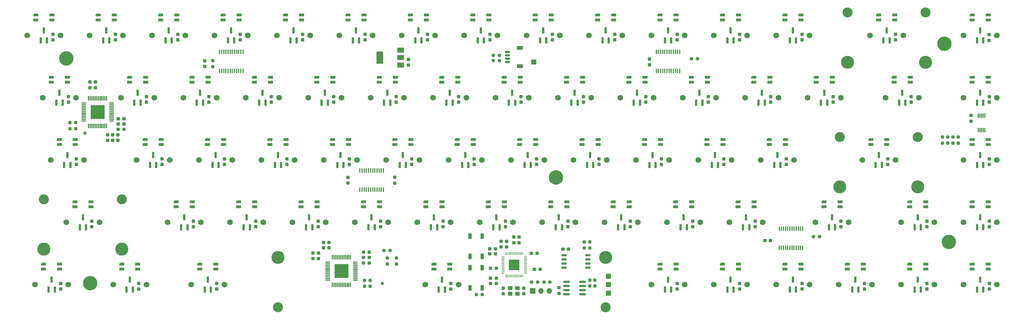
<source format=gbs>
G04 #@! TF.GenerationSoftware,KiCad,Pcbnew,(6.0.0)*
G04 #@! TF.CreationDate,2024-08-25T19:28:41-07:00*
G04 #@! TF.ProjectId,stekeeb65_analog,7374656b-6565-4623-9635-5f616e616c6f,rev?*
G04 #@! TF.SameCoordinates,Original*
G04 #@! TF.FileFunction,Soldermask,Bot*
G04 #@! TF.FilePolarity,Negative*
%FSLAX46Y46*%
G04 Gerber Fmt 4.6, Leading zero omitted, Abs format (unit mm)*
G04 Created by KiCad (PCBNEW (6.0.0)) date 2024-08-25 19:28:41*
%MOMM*%
%LPD*%
G01*
G04 APERTURE LIST*
G04 Aperture macros list*
%AMRoundRect*
0 Rectangle with rounded corners*
0 $1 Rounding radius*
0 $2 $3 $4 $5 $6 $7 $8 $9 X,Y pos of 4 corners*
0 Add a 4 corners polygon primitive as box body*
4,1,4,$2,$3,$4,$5,$6,$7,$8,$9,$2,$3,0*
0 Add four circle primitives for the rounded corners*
1,1,$1+$1,$2,$3*
1,1,$1+$1,$4,$5*
1,1,$1+$1,$6,$7*
1,1,$1+$1,$8,$9*
0 Add four rect primitives between the rounded corners*
20,1,$1+$1,$2,$3,$4,$5,0*
20,1,$1+$1,$4,$5,$6,$7,0*
20,1,$1+$1,$6,$7,$8,$9,0*
20,1,$1+$1,$8,$9,$2,$3,0*%
%AMOutline5P*
0 Free polygon, 5 corners , with rotation*
0 The origin of the aperture is its center*
0 number of corners: always 5*
0 $1 to $10 corner X, Y*
0 $11 Rotation angle, in degrees counterclockwise*
0 create outline with 5 corners*
4,1,5,$1,$2,$3,$4,$5,$6,$7,$8,$9,$10,$1,$2,$11*%
%AMOutline6P*
0 Free polygon, 6 corners , with rotation*
0 The origin of the aperture is its center*
0 number of corners: always 6*
0 $1 to $12 corner X, Y*
0 $13 Rotation angle, in degrees counterclockwise*
0 create outline with 6 corners*
4,1,6,$1,$2,$3,$4,$5,$6,$7,$8,$9,$10,$11,$12,$1,$2,$13*%
%AMOutline7P*
0 Free polygon, 7 corners , with rotation*
0 The origin of the aperture is its center*
0 number of corners: always 7*
0 $1 to $14 corner X, Y*
0 $15 Rotation angle, in degrees counterclockwise*
0 create outline with 7 corners*
4,1,7,$1,$2,$3,$4,$5,$6,$7,$8,$9,$10,$11,$12,$13,$14,$1,$2,$15*%
%AMOutline8P*
0 Free polygon, 8 corners , with rotation*
0 The origin of the aperture is its center*
0 number of corners: always 8*
0 $1 to $16 corner X, Y*
0 $17 Rotation angle, in degrees counterclockwise*
0 create outline with 8 corners*
4,1,8,$1,$2,$3,$4,$5,$6,$7,$8,$9,$10,$11,$12,$13,$14,$15,$16,$1,$2,$17*%
G04 Aperture macros list end*
%ADD10C,4.400000*%
%ADD11C,1.740000*%
%ADD12C,3.048000*%
%ADD13C,3.987800*%
%ADD14RoundRect,0.237500X0.250000X0.237500X-0.250000X0.237500X-0.250000X-0.237500X0.250000X-0.237500X0*%
%ADD15Outline5P,-0.750000X0.180000X-0.480000X0.450000X0.750000X0.450000X0.750000X-0.450000X-0.750000X-0.450000X0.000000*%
%ADD16R,1.500000X0.900000*%
%ADD17R,0.800000X1.900000*%
%ADD18RoundRect,0.237500X0.237500X-0.300000X0.237500X0.300000X-0.237500X0.300000X-0.237500X-0.300000X0*%
%ADD19RoundRect,0.237500X-0.237500X0.300000X-0.237500X-0.300000X0.237500X-0.300000X0.237500X0.300000X0*%
%ADD20R,1.475000X0.300000*%
%ADD21R,0.300000X1.475000*%
%ADD22R,4.210000X4.210000*%
%ADD23RoundRect,0.237500X0.237500X-0.250000X0.237500X0.250000X-0.237500X0.250000X-0.237500X-0.250000X0*%
%ADD24R,0.450000X1.475000*%
%ADD25RoundRect,0.237500X0.300000X0.237500X-0.300000X0.237500X-0.300000X-0.237500X0.300000X-0.237500X0*%
%ADD26RoundRect,0.150000X0.650000X0.150000X-0.650000X0.150000X-0.650000X-0.150000X0.650000X-0.150000X0*%
%ADD27RoundRect,0.050000X0.387500X0.050000X-0.387500X0.050000X-0.387500X-0.050000X0.387500X-0.050000X0*%
%ADD28RoundRect,0.050000X0.050000X0.387500X-0.050000X0.387500X-0.050000X-0.387500X0.050000X-0.387500X0*%
%ADD29RoundRect,0.144000X1.456000X1.456000X-1.456000X1.456000X-1.456000X-1.456000X1.456000X-1.456000X0*%
%ADD30RoundRect,0.237500X-0.250000X-0.237500X0.250000X-0.237500X0.250000X0.237500X-0.250000X0.237500X0*%
%ADD31R,0.300000X1.400000*%
%ADD32RoundRect,0.237500X-0.237500X0.250000X-0.237500X-0.250000X0.237500X-0.250000X0.237500X0.250000X0*%
%ADD33RoundRect,0.237500X-0.300000X-0.237500X0.300000X-0.237500X0.300000X0.237500X-0.300000X0.237500X0*%
%ADD34RoundRect,0.150000X-0.825000X-0.150000X0.825000X-0.150000X0.825000X0.150000X-0.825000X0.150000X0*%
%ADD35R,1.500000X1.500000*%
%ADD36R,2.000000X1.500000*%
%ADD37R,2.000000X3.800000*%
%ADD38R,1.400000X1.200000*%
%ADD39C,1.000000*%
%ADD40R,1.700000X1.700000*%
%ADD41O,1.700000X1.700000*%
%ADD42RoundRect,0.150000X-0.625000X0.150000X-0.625000X-0.150000X0.625000X-0.150000X0.625000X0.150000X0*%
%ADD43RoundRect,0.250000X-0.650000X0.350000X-0.650000X-0.350000X0.650000X-0.350000X0.650000X0.350000X0*%
%ADD44R,1.100000X1.800000*%
G04 APERTURE END LIST*
D10*
X334800000Y-107400000D03*
X216250000Y-148350000D03*
X336175000Y-168000000D03*
X74100000Y-180625000D03*
X66825000Y-111900000D03*
D11*
X57276200Y-181075000D03*
X67436200Y-181075000D03*
X103155000Y-104875000D03*
X92995000Y-104875000D03*
X240632500Y-142975000D03*
X250792500Y-142975000D03*
X245395000Y-181075000D03*
X255555000Y-181075000D03*
X179355000Y-104875000D03*
X169195000Y-104875000D03*
D12*
X59974950Y-155040000D03*
D13*
X59974950Y-170280000D03*
D12*
X83787450Y-155040000D03*
D11*
X76961200Y-162025000D03*
X66801200Y-162025000D03*
D13*
X83787450Y-170280000D03*
D11*
X254920000Y-123925000D03*
X265080000Y-123925000D03*
X245395000Y-104875000D03*
X255555000Y-104875000D03*
X72198700Y-142975000D03*
X62038700Y-142975000D03*
X231107500Y-162025000D03*
X241267500Y-162025000D03*
X274605000Y-181075000D03*
X264445000Y-181075000D03*
X259682500Y-142975000D03*
X269842500Y-142975000D03*
X146017500Y-162025000D03*
X135857500Y-162025000D03*
X150780000Y-123925000D03*
X140620000Y-123925000D03*
X246030000Y-123925000D03*
X235870000Y-123925000D03*
X274605000Y-104875000D03*
X264445000Y-104875000D03*
X293655000Y-181075000D03*
X283495000Y-181075000D03*
X150145000Y-104875000D03*
X160305000Y-104875000D03*
X316832500Y-123925000D03*
X326992500Y-123925000D03*
X107282500Y-142975000D03*
X117442500Y-142975000D03*
X350805000Y-181075000D03*
X340645000Y-181075000D03*
X131730000Y-123925000D03*
X121570000Y-123925000D03*
X350805000Y-142975000D03*
X340645000Y-142975000D03*
X102520000Y-123925000D03*
X112680000Y-123925000D03*
X216820000Y-123925000D03*
X226980000Y-123925000D03*
X288892500Y-142975000D03*
X278732500Y-142975000D03*
X331755000Y-181075000D03*
X321595000Y-181075000D03*
X236505000Y-104875000D03*
X226345000Y-104875000D03*
X231742500Y-142975000D03*
X221582500Y-142975000D03*
X293020000Y-123925000D03*
X303180000Y-123925000D03*
X145382500Y-142975000D03*
X155542500Y-142975000D03*
X174592500Y-142975000D03*
X164432500Y-142975000D03*
X112045000Y-104875000D03*
X122205000Y-104875000D03*
X312705000Y-181075000D03*
X302545000Y-181075000D03*
X188880000Y-123925000D03*
X178720000Y-123925000D03*
X97757500Y-162025000D03*
X107917500Y-162025000D03*
X279367500Y-162025000D03*
X269207500Y-162025000D03*
X312070000Y-104875000D03*
D12*
X329056250Y-97890000D03*
D13*
X329056250Y-113130000D03*
D12*
X305243750Y-97890000D03*
D11*
X322230000Y-104875000D03*
D13*
X305243750Y-113130000D03*
D11*
X54895000Y-104875000D03*
X65055000Y-104875000D03*
X217455000Y-104875000D03*
X207295000Y-104875000D03*
X203167500Y-162025000D03*
X193007500Y-162025000D03*
X116807500Y-162025000D03*
X126967500Y-162025000D03*
X83470000Y-123925000D03*
X93630000Y-123925000D03*
X169830000Y-123925000D03*
X159670000Y-123925000D03*
X81088800Y-181075000D03*
X91248800Y-181075000D03*
X165067500Y-162025000D03*
X154907500Y-162025000D03*
X98392500Y-142975000D03*
X88232500Y-142975000D03*
D13*
X326675050Y-151230000D03*
X302862550Y-151230000D03*
D12*
X302862550Y-135990000D03*
D11*
X309688800Y-142975000D03*
X319848800Y-142975000D03*
D12*
X326675050Y-135990000D03*
D11*
X131095000Y-104875000D03*
X141255000Y-104875000D03*
X136492500Y-142975000D03*
X126332500Y-142975000D03*
X340645000Y-162025000D03*
X350805000Y-162025000D03*
X273970000Y-123925000D03*
X284130000Y-123925000D03*
X184117500Y-162025000D03*
X173957500Y-162025000D03*
X260317500Y-162025000D03*
X250157500Y-162025000D03*
X321595000Y-162025000D03*
X331755000Y-162025000D03*
X305561200Y-162025000D03*
X295401200Y-162025000D03*
X193642500Y-142975000D03*
X183482500Y-142975000D03*
X84105000Y-104875000D03*
X73945000Y-104875000D03*
X207930000Y-123925000D03*
X197770000Y-123925000D03*
X202532500Y-142975000D03*
X212692500Y-142975000D03*
X340645000Y-123925000D03*
X350805000Y-123925000D03*
X293655000Y-104875000D03*
X283495000Y-104875000D03*
X69817500Y-123925000D03*
X59657500Y-123925000D03*
X340645000Y-104875000D03*
X350805000Y-104875000D03*
X104901200Y-181075000D03*
X115061200Y-181075000D03*
X198405000Y-104875000D03*
X188245000Y-104875000D03*
X212057500Y-162025000D03*
X222217500Y-162025000D03*
D14*
X198982500Y-111010000D03*
X197157500Y-111010000D03*
D15*
X262312500Y-136725000D03*
D16*
X267212500Y-136725000D03*
X267212500Y-138225000D03*
X262312500Y-138225000D03*
D17*
X156175000Y-106375000D03*
X154275000Y-106375000D03*
X155225000Y-103375000D03*
X141887500Y-163525000D03*
X139987500Y-163525000D03*
X140937500Y-160525000D03*
D15*
X324225000Y-174825000D03*
D16*
X329125000Y-174825000D03*
X329125000Y-176325000D03*
X324225000Y-176325000D03*
D17*
X160937500Y-163525000D03*
X159037500Y-163525000D03*
X159987500Y-160525000D03*
D18*
X138925000Y-106237500D03*
X138925000Y-104512500D03*
D17*
X346675000Y-182575000D03*
X344775000Y-182575000D03*
X345725000Y-179575000D03*
X68068700Y-144475000D03*
X66168700Y-144475000D03*
X67118700Y-141475000D03*
D18*
X205600000Y-125287500D03*
X205600000Y-123562500D03*
D17*
X165700000Y-125425000D03*
X163800000Y-125425000D03*
X164750000Y-122425000D03*
D18*
X152750000Y-150012500D03*
X152750000Y-148287500D03*
X229412500Y-144337500D03*
X229412500Y-142612500D03*
D19*
X342950000Y-129387500D03*
X342950000Y-131112500D03*
D15*
X248025000Y-174825000D03*
D16*
X252925000Y-174825000D03*
X252925000Y-176325000D03*
X248025000Y-176325000D03*
D19*
X79400000Y-135237500D03*
X79400000Y-136962500D03*
D18*
X67487500Y-125287500D03*
X67487500Y-123562500D03*
X162737500Y-163387500D03*
X162737500Y-161662500D03*
D20*
X72122000Y-131050000D03*
X72122000Y-130550000D03*
X72122000Y-130050000D03*
X72122000Y-129550000D03*
X72122000Y-129050000D03*
X72122000Y-128550000D03*
X72122000Y-128050000D03*
X72122000Y-127550000D03*
X72122000Y-127050000D03*
X72122000Y-126550000D03*
X72122000Y-126050000D03*
X72122000Y-125550000D03*
D21*
X73610000Y-124062000D03*
X74110000Y-124062000D03*
X74610000Y-124062000D03*
X75110000Y-124062000D03*
X75610000Y-124062000D03*
X76110000Y-124062000D03*
X76610000Y-124062000D03*
X77110000Y-124062000D03*
X77610000Y-124062000D03*
X78110000Y-124062000D03*
X78610000Y-124062000D03*
X79110000Y-124062000D03*
D20*
X80598000Y-125550000D03*
X80598000Y-126050000D03*
X80598000Y-126550000D03*
X80598000Y-127050000D03*
X80598000Y-127550000D03*
X80598000Y-128050000D03*
X80598000Y-128550000D03*
X80598000Y-129050000D03*
X80598000Y-129550000D03*
X80598000Y-130050000D03*
X80598000Y-130550000D03*
X80598000Y-131050000D03*
D21*
X79110000Y-132538000D03*
X78610000Y-132538000D03*
X78110000Y-132538000D03*
X77610000Y-132538000D03*
X77110000Y-132538000D03*
X76610000Y-132538000D03*
X76110000Y-132538000D03*
X75610000Y-132538000D03*
X75110000Y-132538000D03*
X74610000Y-132538000D03*
X74110000Y-132538000D03*
X73610000Y-132538000D03*
D22*
X76360000Y-128300000D03*
D17*
X79975000Y-106375000D03*
X78075000Y-106375000D03*
X79025000Y-103375000D03*
D15*
X238500000Y-117675000D03*
D16*
X243400000Y-117675000D03*
X243400000Y-119175000D03*
X238500000Y-119175000D03*
D18*
X348475000Y-125287500D03*
X348475000Y-123562500D03*
D17*
X146650000Y-125425000D03*
X144750000Y-125425000D03*
X145700000Y-122425000D03*
D18*
X200144356Y-183912500D03*
X200144356Y-182187500D03*
D17*
X132362500Y-144475000D03*
X130462500Y-144475000D03*
X131412500Y-141475000D03*
D23*
X337437500Y-137775000D03*
X337437500Y-135950000D03*
D17*
X194275000Y-106375000D03*
X192375000Y-106375000D03*
X193325000Y-103375000D03*
D18*
X181787500Y-163387500D03*
X181787500Y-161662500D03*
X115112500Y-144337500D03*
X115112500Y-142612500D03*
D15*
X107531200Y-174825000D03*
D16*
X112431200Y-174825000D03*
X112431200Y-176325000D03*
X107531200Y-176325000D03*
D15*
X257550000Y-117675000D03*
D16*
X262450000Y-117675000D03*
X262450000Y-119175000D03*
X257550000Y-119175000D03*
D18*
X69868700Y-144337500D03*
X69868700Y-142612500D03*
D17*
X184750000Y-125425000D03*
X182850000Y-125425000D03*
X183800000Y-122425000D03*
D15*
X114675000Y-98625000D03*
D16*
X119575000Y-98625000D03*
X119575000Y-100125000D03*
X114675000Y-100125000D03*
D18*
X96062500Y-144337500D03*
X96062500Y-142612500D03*
D14*
X210662500Y-180350000D03*
X208837500Y-180350000D03*
D17*
X260950000Y-125425000D03*
X259050000Y-125425000D03*
X260000000Y-122425000D03*
D24*
X156435000Y-146182000D03*
X157085000Y-146182000D03*
X157735000Y-146182000D03*
X158385000Y-146182000D03*
X159035000Y-146182000D03*
X159685000Y-146182000D03*
X160335000Y-146182000D03*
X160985000Y-146182000D03*
X161635000Y-146182000D03*
X162285000Y-146182000D03*
X162935000Y-146182000D03*
X163585000Y-146182000D03*
X163585000Y-152058000D03*
X162935000Y-152058000D03*
X162285000Y-152058000D03*
X161635000Y-152058000D03*
X160985000Y-152058000D03*
X160335000Y-152058000D03*
X159685000Y-152058000D03*
X159035000Y-152058000D03*
X158385000Y-152058000D03*
X157735000Y-152058000D03*
X157085000Y-152058000D03*
X156435000Y-152058000D03*
D15*
X124200000Y-117675000D03*
D16*
X129100000Y-117675000D03*
X129100000Y-119175000D03*
X124200000Y-119175000D03*
D17*
X127600000Y-125425000D03*
X125700000Y-125425000D03*
X126650000Y-122425000D03*
X189512500Y-144475000D03*
X187612500Y-144475000D03*
X188562500Y-141475000D03*
D25*
X198018144Y-179150000D03*
X196293144Y-179150000D03*
D17*
X108550000Y-125425000D03*
X106650000Y-125425000D03*
X107600000Y-122425000D03*
X322862500Y-125425000D03*
X320962500Y-125425000D03*
X321912500Y-122425000D03*
D18*
X210362500Y-144337500D03*
X210362500Y-142612500D03*
D15*
X143250000Y-117675000D03*
D16*
X148150000Y-117675000D03*
X148150000Y-119175000D03*
X143250000Y-119175000D03*
D15*
X109912500Y-136725000D03*
D16*
X114812500Y-136725000D03*
X114812500Y-138225000D03*
X109912500Y-138225000D03*
D12*
X131418900Y-188060000D03*
D13*
X131418900Y-172820000D03*
X231418700Y-172820000D03*
D12*
X231418700Y-188060000D03*
D11*
X186498800Y-181075000D03*
X176338800Y-181075000D03*
D17*
X137125000Y-106375000D03*
X135225000Y-106375000D03*
X136175000Y-103375000D03*
D15*
X343275000Y-174825000D03*
D16*
X348175000Y-174825000D03*
X348175000Y-176325000D03*
X343275000Y-176325000D03*
D23*
X157800000Y-181612500D03*
X157800000Y-179787500D03*
D17*
X87118800Y-182575000D03*
X85218800Y-182575000D03*
X86168800Y-179575000D03*
D18*
X219887500Y-163387500D03*
X219887500Y-161662500D03*
X257987500Y-163387500D03*
X257987500Y-161662500D03*
D15*
X281362500Y-136725000D03*
D16*
X286262500Y-136725000D03*
X286262500Y-138225000D03*
X281362500Y-138225000D03*
D15*
X243262500Y-136725000D03*
D16*
X248162500Y-136725000D03*
X248162500Y-138225000D03*
X243262500Y-138225000D03*
D26*
X225950000Y-172145000D03*
X225950000Y-173415000D03*
X225950000Y-174685000D03*
X225950000Y-175955000D03*
X218750000Y-175955000D03*
X218750000Y-174685000D03*
X218750000Y-173415000D03*
X218750000Y-172145000D03*
D17*
X241900000Y-125425000D03*
X240000000Y-125425000D03*
X240950000Y-122425000D03*
D18*
X244750000Y-113812500D03*
X244750000Y-112087500D03*
D24*
X246878304Y-109842000D03*
X247528304Y-109842000D03*
X248178304Y-109842000D03*
X248828304Y-109842000D03*
X249478304Y-109842000D03*
X250128304Y-109842000D03*
X250778304Y-109842000D03*
X251428304Y-109842000D03*
X252078304Y-109842000D03*
X252728304Y-109842000D03*
X253378304Y-109842000D03*
X254028304Y-109842000D03*
X254028304Y-115718000D03*
X253378304Y-115718000D03*
X252728304Y-115718000D03*
X252078304Y-115718000D03*
X251428304Y-115718000D03*
X250778304Y-115718000D03*
X250128304Y-115718000D03*
X249478304Y-115718000D03*
X248828304Y-115718000D03*
X248178304Y-115718000D03*
X247528304Y-115718000D03*
X246878304Y-115718000D03*
D25*
X197762500Y-171700000D03*
X196037500Y-171700000D03*
D17*
X299050000Y-125425000D03*
X297150000Y-125425000D03*
X298100000Y-122425000D03*
X265712500Y-144475000D03*
X263812500Y-144475000D03*
X264762500Y-141475000D03*
D18*
X277037500Y-163387500D03*
X277037500Y-161662500D03*
D17*
X113312500Y-144475000D03*
X111412500Y-144475000D03*
X112362500Y-141475000D03*
X284762500Y-144475000D03*
X282862500Y-144475000D03*
X283812500Y-141475000D03*
X199037500Y-163525000D03*
X197137500Y-163525000D03*
X198087500Y-160525000D03*
D27*
X206931856Y-172450000D03*
X206931856Y-172850000D03*
X206931856Y-173250000D03*
X206931856Y-173650000D03*
X206931856Y-174050000D03*
X206931856Y-174450000D03*
X206931856Y-174850000D03*
X206931856Y-175250000D03*
X206931856Y-175650000D03*
X206931856Y-176050000D03*
X206931856Y-176450000D03*
X206931856Y-176850000D03*
X206931856Y-177250000D03*
X206931856Y-177650000D03*
D28*
X206094356Y-178487500D03*
X205694356Y-178487500D03*
X205294356Y-178487500D03*
X204894356Y-178487500D03*
X204494356Y-178487500D03*
X204094356Y-178487500D03*
X203694356Y-178487500D03*
X203294356Y-178487500D03*
X202894356Y-178487500D03*
X202494356Y-178487500D03*
X202094356Y-178487500D03*
X201694356Y-178487500D03*
X201294356Y-178487500D03*
X200894356Y-178487500D03*
D27*
X200056856Y-177650000D03*
X200056856Y-177250000D03*
X200056856Y-176850000D03*
X200056856Y-176450000D03*
X200056856Y-176050000D03*
X200056856Y-175650000D03*
X200056856Y-175250000D03*
X200056856Y-174850000D03*
X200056856Y-174450000D03*
X200056856Y-174050000D03*
X200056856Y-173650000D03*
X200056856Y-173250000D03*
X200056856Y-172850000D03*
X200056856Y-172450000D03*
D28*
X200894356Y-171612500D03*
X201294356Y-171612500D03*
X201694356Y-171612500D03*
X202094356Y-171612500D03*
X202494356Y-171612500D03*
X202894356Y-171612500D03*
X203294356Y-171612500D03*
X203694356Y-171612500D03*
X204094356Y-171612500D03*
X204494356Y-171612500D03*
X204894356Y-171612500D03*
X205294356Y-171612500D03*
X205694356Y-171612500D03*
X206094356Y-171612500D03*
D29*
X203494356Y-175050000D03*
D18*
X291325000Y-182437500D03*
X291325000Y-180712500D03*
D25*
X198012500Y-180750000D03*
X196287500Y-180750000D03*
D18*
X148450000Y-125287500D03*
X148450000Y-123562500D03*
D15*
X205162500Y-136725000D03*
D16*
X210062500Y-136725000D03*
X210062500Y-138225000D03*
X205162500Y-138225000D03*
D18*
X300850000Y-125287500D03*
X300850000Y-123562500D03*
D15*
X252787500Y-155775000D03*
D16*
X257687500Y-155775000D03*
X257687500Y-157275000D03*
X252787500Y-157275000D03*
D17*
X270475000Y-106375000D03*
X268575000Y-106375000D03*
X269525000Y-103375000D03*
X182368800Y-182575000D03*
X180468800Y-182575000D03*
X181418800Y-179575000D03*
X99025000Y-106375000D03*
X97125000Y-106375000D03*
X98075000Y-103375000D03*
D18*
X110350000Y-125287500D03*
X110350000Y-123562500D03*
X310375000Y-182437500D03*
X310375000Y-180712500D03*
D15*
X343275000Y-117675000D03*
D16*
X348175000Y-117675000D03*
X348175000Y-119175000D03*
X343275000Y-119175000D03*
D17*
X251425000Y-106375000D03*
X249525000Y-106375000D03*
X250475000Y-103375000D03*
D15*
X343275000Y-155775000D03*
D16*
X348175000Y-155775000D03*
X348175000Y-157275000D03*
X343275000Y-157275000D03*
D15*
X271837500Y-155775000D03*
D16*
X276737500Y-155775000D03*
X276737500Y-157275000D03*
X271837500Y-157275000D03*
D15*
X176587500Y-155775000D03*
D16*
X181487500Y-155775000D03*
X181487500Y-157275000D03*
X176587500Y-157275000D03*
D30*
X191937500Y-184150000D03*
X193762500Y-184150000D03*
X163800000Y-170650000D03*
X165625000Y-170650000D03*
D18*
X224650000Y-125287500D03*
X224650000Y-123562500D03*
X184168800Y-182437500D03*
X184168800Y-180712500D03*
D15*
X167062500Y-136725000D03*
D16*
X171962500Y-136725000D03*
X171962500Y-138225000D03*
X167062500Y-138225000D03*
D17*
X275237500Y-163525000D03*
X273337500Y-163525000D03*
X274287500Y-160525000D03*
X89500000Y-125425000D03*
X87600000Y-125425000D03*
X88550000Y-122425000D03*
D18*
X196075000Y-106237500D03*
X196075000Y-104512500D03*
D15*
X152775000Y-98625000D03*
D16*
X157675000Y-98625000D03*
X157675000Y-100125000D03*
X152775000Y-100125000D03*
D18*
X267512500Y-144337500D03*
X267512500Y-142612500D03*
D31*
X345110000Y-129450000D03*
X345610000Y-129450000D03*
X346110000Y-129450000D03*
X346610000Y-129450000D03*
X347110000Y-129450000D03*
X347110000Y-133850000D03*
X346610000Y-133850000D03*
X346110000Y-133850000D03*
X345610000Y-133850000D03*
X345110000Y-133850000D03*
D25*
X201206856Y-169550000D03*
X199481856Y-169550000D03*
X143812500Y-173100000D03*
X142087500Y-173100000D03*
X197762500Y-170150000D03*
X196037500Y-170150000D03*
D32*
X167100000Y-148262500D03*
X167100000Y-150087500D03*
D17*
X208562500Y-144475000D03*
X206662500Y-144475000D03*
X207612500Y-141475000D03*
D18*
X105587500Y-163387500D03*
X105587500Y-161662500D03*
D25*
X147012500Y-168200000D03*
X145287500Y-168200000D03*
D33*
X82687500Y-131988000D03*
X84412500Y-131988000D03*
D17*
X232375000Y-106375000D03*
X230475000Y-106375000D03*
X231425000Y-103375000D03*
X72831200Y-163525000D03*
X70931200Y-163525000D03*
X71881200Y-160525000D03*
D25*
X147012500Y-169800000D03*
X145287500Y-169800000D03*
D17*
X65687500Y-125425000D03*
X63787500Y-125425000D03*
X64737500Y-122425000D03*
D15*
X95625000Y-98625000D03*
D16*
X100525000Y-98625000D03*
X100525000Y-100125000D03*
X95625000Y-100125000D03*
D15*
X224212500Y-136725000D03*
D16*
X229112500Y-136725000D03*
X229112500Y-138225000D03*
X224212500Y-138225000D03*
D19*
X206444356Y-182187500D03*
X206444356Y-183912500D03*
D15*
X267075000Y-174825000D03*
D16*
X271975000Y-174825000D03*
X271975000Y-176325000D03*
X267075000Y-176325000D03*
D15*
X319462500Y-117675000D03*
D16*
X324362500Y-117675000D03*
X324362500Y-119175000D03*
X319462500Y-119175000D03*
D18*
X124637500Y-163387500D03*
X124637500Y-161662500D03*
D17*
X346675000Y-163525000D03*
X344775000Y-163525000D03*
X345725000Y-160525000D03*
D15*
X157537500Y-155775000D03*
D16*
X162437500Y-155775000D03*
X162437500Y-157275000D03*
X157537500Y-157275000D03*
D32*
X167600000Y-172987500D03*
X167600000Y-174812500D03*
D17*
X346675000Y-125425000D03*
X344775000Y-125425000D03*
X345725000Y-122425000D03*
D18*
X248462500Y-144337500D03*
X248462500Y-142612500D03*
D15*
X162300000Y-117675000D03*
D16*
X167200000Y-117675000D03*
X167200000Y-119175000D03*
X162300000Y-119175000D03*
D18*
X100825000Y-106237500D03*
X100825000Y-104512500D03*
D23*
X224900000Y-169862500D03*
X224900000Y-168037500D03*
D17*
X315718800Y-144475000D03*
X313818800Y-144475000D03*
X314768800Y-141475000D03*
D18*
X134162500Y-144337500D03*
X134162500Y-142612500D03*
D15*
X298031200Y-155775000D03*
D16*
X302931200Y-155775000D03*
X302931200Y-157275000D03*
X298031200Y-157275000D03*
D24*
X113575000Y-109872000D03*
X114225000Y-109872000D03*
X114875000Y-109872000D03*
X115525000Y-109872000D03*
X116175000Y-109872000D03*
X116825000Y-109872000D03*
X117475000Y-109872000D03*
X118125000Y-109872000D03*
X118775000Y-109872000D03*
X119425000Y-109872000D03*
X120075000Y-109872000D03*
X120725000Y-109872000D03*
X120725000Y-115748000D03*
X120075000Y-115748000D03*
X119425000Y-115748000D03*
X118775000Y-115748000D03*
X118125000Y-115748000D03*
X117475000Y-115748000D03*
X116825000Y-115748000D03*
X116175000Y-115748000D03*
X115525000Y-115748000D03*
X114875000Y-115748000D03*
X114225000Y-115748000D03*
X113575000Y-115748000D03*
D18*
X112731200Y-182437500D03*
X112731200Y-180712500D03*
D17*
X237137500Y-163525000D03*
X235237500Y-163525000D03*
X236187500Y-160525000D03*
D18*
X172262500Y-144337500D03*
X172262500Y-142612500D03*
D15*
X69431200Y-155775000D03*
D16*
X74331200Y-155775000D03*
X74331200Y-157275000D03*
X69431200Y-157275000D03*
D18*
X324662500Y-125287500D03*
X324662500Y-123562500D03*
D17*
X227612500Y-144475000D03*
X225712500Y-144475000D03*
X226662500Y-141475000D03*
D34*
X219475000Y-184055000D03*
X219475000Y-182785000D03*
X219475000Y-181515000D03*
X219475000Y-180245000D03*
X224425000Y-180245000D03*
X224425000Y-181515000D03*
X224425000Y-182785000D03*
X224425000Y-184055000D03*
D18*
X157975000Y-106237500D03*
X157975000Y-104512500D03*
D25*
X220062500Y-170200000D03*
X218337500Y-170200000D03*
D18*
X167500000Y-125287500D03*
X167500000Y-123562500D03*
D17*
X327625000Y-163525000D03*
X325725000Y-163525000D03*
X326675000Y-160525000D03*
D15*
X76575000Y-98625000D03*
D16*
X81475000Y-98625000D03*
X81475000Y-100125000D03*
X76575000Y-100125000D03*
D15*
X100387500Y-155775000D03*
D16*
X105287500Y-155775000D03*
X105287500Y-157275000D03*
X100387500Y-157275000D03*
D15*
X314700000Y-98625000D03*
D16*
X319600000Y-98625000D03*
X319600000Y-100125000D03*
X314700000Y-100125000D03*
D18*
X215125000Y-106237500D03*
X215125000Y-104512500D03*
X272275000Y-182437500D03*
X272275000Y-180712500D03*
D15*
X171825000Y-98625000D03*
D16*
X176725000Y-98625000D03*
X176725000Y-100125000D03*
X171825000Y-100125000D03*
D33*
X74017500Y-119100000D03*
X75742500Y-119100000D03*
X82687500Y-130370000D03*
X84412500Y-130370000D03*
D35*
X232250000Y-178500000D03*
D17*
X222850000Y-125425000D03*
X220950000Y-125425000D03*
X221900000Y-122425000D03*
X280000000Y-125425000D03*
X278100000Y-125425000D03*
X279050000Y-122425000D03*
D18*
X81775000Y-106237500D03*
X81775000Y-104512500D03*
X109050000Y-114375000D03*
X109050000Y-112650000D03*
D17*
X251425000Y-182575000D03*
X249525000Y-182575000D03*
X250475000Y-179575000D03*
D33*
X157537500Y-171200000D03*
X159262500Y-171200000D03*
D18*
X238937500Y-163387500D03*
X238937500Y-161662500D03*
D25*
X281712500Y-167600000D03*
X279987500Y-167600000D03*
D32*
X228150000Y-179687500D03*
X228150000Y-181512500D03*
D15*
X148012500Y-136725000D03*
D16*
X152912500Y-136725000D03*
X152912500Y-138225000D03*
X148012500Y-138225000D03*
D15*
X305175000Y-174825000D03*
D16*
X310075000Y-174825000D03*
X310075000Y-176325000D03*
X305175000Y-176325000D03*
D33*
X208737500Y-171550000D03*
X210462500Y-171550000D03*
D18*
X348475000Y-163387500D03*
X348475000Y-161662500D03*
X234175000Y-106237500D03*
X234175000Y-104512500D03*
X200837500Y-163387500D03*
X200837500Y-161662500D03*
D17*
X308575000Y-182575000D03*
X306675000Y-182575000D03*
X307625000Y-179575000D03*
D18*
X186550000Y-125287500D03*
X186550000Y-123562500D03*
D19*
X82600000Y-135237500D03*
X82600000Y-136962500D03*
D18*
X281800000Y-125287500D03*
X281800000Y-123562500D03*
D17*
X218087500Y-163525000D03*
X216187500Y-163525000D03*
X217137500Y-160525000D03*
D15*
X200400000Y-117675000D03*
D16*
X205300000Y-117675000D03*
X205300000Y-119175000D03*
X200400000Y-119175000D03*
D33*
X209687500Y-176450000D03*
X211412500Y-176450000D03*
D18*
X272275000Y-106237500D03*
X272275000Y-104512500D03*
D14*
X214412500Y-180350000D03*
X212587500Y-180350000D03*
D18*
X62725000Y-106237500D03*
X62725000Y-104512500D03*
X129400000Y-125287500D03*
X129400000Y-123562500D03*
D15*
X90862500Y-136725000D03*
D16*
X95762500Y-136725000D03*
X95762500Y-138225000D03*
X90862500Y-138225000D03*
D15*
X286125000Y-98625000D03*
D16*
X291025000Y-98625000D03*
X291025000Y-100125000D03*
X286125000Y-100125000D03*
D18*
X348475000Y-144337500D03*
X348475000Y-142612500D03*
D36*
X168810000Y-109360000D03*
D37*
X162510000Y-111660000D03*
D36*
X168810000Y-111660000D03*
X168810000Y-113960000D03*
D18*
X191312500Y-144337500D03*
X191312500Y-142612500D03*
D15*
X181350000Y-117675000D03*
D16*
X186250000Y-117675000D03*
X186250000Y-119175000D03*
X181350000Y-119175000D03*
D15*
X209925000Y-98625000D03*
D16*
X214825000Y-98625000D03*
X214825000Y-100125000D03*
X209925000Y-100125000D03*
D30*
X294862500Y-166425000D03*
X296687500Y-166425000D03*
D17*
X94262500Y-144475000D03*
X92362500Y-144475000D03*
X93312500Y-141475000D03*
D38*
X202244356Y-182200000D03*
X204444356Y-182200000D03*
X204444356Y-183900000D03*
X202244356Y-183900000D03*
D32*
X226550000Y-179687500D03*
X226550000Y-181512500D03*
X69700000Y-131587500D03*
X69700000Y-133412500D03*
D18*
X177025000Y-106237500D03*
X177025000Y-104512500D03*
D17*
X213325000Y-106375000D03*
X211425000Y-106375000D03*
X212375000Y-103375000D03*
D15*
X295650000Y-117675000D03*
D16*
X300550000Y-117675000D03*
X300550000Y-119175000D03*
X295650000Y-119175000D03*
D18*
X88918800Y-182437500D03*
X88918800Y-180712500D03*
D17*
X346675000Y-144475000D03*
X344775000Y-144475000D03*
X345725000Y-141475000D03*
D30*
X82637500Y-133550000D03*
X84462500Y-133550000D03*
D15*
X83718800Y-174825000D03*
D16*
X88618800Y-174825000D03*
X88618800Y-176325000D03*
X83718800Y-176325000D03*
D19*
X171190000Y-112227500D03*
X171190000Y-113952500D03*
D15*
X119437500Y-155775000D03*
D16*
X124337500Y-155775000D03*
X124337500Y-157275000D03*
X119437500Y-157275000D03*
D18*
X74631200Y-163387500D03*
X74631200Y-161662500D03*
D15*
X178968800Y-174825000D03*
D16*
X183868800Y-174825000D03*
X183868800Y-176325000D03*
X178968800Y-176325000D03*
D15*
X233737500Y-155775000D03*
D16*
X238637500Y-155775000D03*
X238637500Y-157275000D03*
X233737500Y-157275000D03*
D18*
X143687500Y-163387500D03*
X143687500Y-161662500D03*
D17*
X122837500Y-163525000D03*
X120937500Y-163525000D03*
X121887500Y-160525000D03*
D33*
X157537500Y-172800000D03*
X159262500Y-172800000D03*
D18*
X319900000Y-106237500D03*
X319900000Y-104512500D03*
D15*
X105150000Y-117675000D03*
D16*
X110050000Y-117675000D03*
X110050000Y-119175000D03*
X105150000Y-119175000D03*
D35*
X232250000Y-183700000D03*
D15*
X286125000Y-174825000D03*
D16*
X291025000Y-174825000D03*
X291025000Y-176325000D03*
X286125000Y-176325000D03*
D18*
X348410000Y-106362500D03*
X348410000Y-104637500D03*
D30*
X257612500Y-112025000D03*
X259437500Y-112025000D03*
D15*
X64668700Y-136725000D03*
D16*
X69568700Y-136725000D03*
X69568700Y-138225000D03*
X64668700Y-138225000D03*
D39*
X72500000Y-134800000D03*
D23*
X335837500Y-137775000D03*
X335837500Y-135950000D03*
D18*
X329425000Y-163387500D03*
X329425000Y-161662500D03*
D15*
X186112500Y-136725000D03*
D16*
X191012500Y-136725000D03*
X191012500Y-138225000D03*
X186112500Y-138225000D03*
D18*
X153212500Y-144337500D03*
X153212500Y-142612500D03*
D23*
X339037500Y-137775000D03*
X339037500Y-135950000D03*
D17*
X318100000Y-106375000D03*
X316200000Y-106375000D03*
X317150000Y-103375000D03*
D15*
X138487500Y-155775000D03*
D16*
X143387500Y-155775000D03*
X143387500Y-157275000D03*
X138487500Y-157275000D03*
D18*
X91300000Y-125287500D03*
X91300000Y-123562500D03*
D40*
X209125000Y-183050000D03*
D41*
X211665000Y-183050000D03*
X214205000Y-183050000D03*
D32*
X67950000Y-131587500D03*
X67950000Y-133412500D03*
D15*
X59906200Y-174825000D03*
D16*
X64806200Y-174825000D03*
X64806200Y-176325000D03*
X59906200Y-176325000D03*
D18*
X203400000Y-168262500D03*
X203400000Y-166537500D03*
D24*
X284385000Y-163982000D03*
X285035000Y-163982000D03*
X285685000Y-163982000D03*
X286335000Y-163982000D03*
X286985000Y-163982000D03*
X287635000Y-163982000D03*
X288285000Y-163982000D03*
X288935000Y-163982000D03*
X289585000Y-163982000D03*
X290235000Y-163982000D03*
X290885000Y-163982000D03*
X291535000Y-163982000D03*
X291535000Y-169858000D03*
X290885000Y-169858000D03*
X290235000Y-169858000D03*
X289585000Y-169858000D03*
X288935000Y-169858000D03*
X288285000Y-169858000D03*
X287635000Y-169858000D03*
X286985000Y-169858000D03*
X286335000Y-169858000D03*
X285685000Y-169858000D03*
X285035000Y-169858000D03*
X284385000Y-169858000D03*
D23*
X159500000Y-181612500D03*
X159500000Y-179787500D03*
D17*
X346675000Y-106375000D03*
X344775000Y-106375000D03*
X345725000Y-103375000D03*
X289525000Y-182575000D03*
X287625000Y-182575000D03*
X288575000Y-179575000D03*
D33*
X157537500Y-174450000D03*
X159262500Y-174450000D03*
D17*
X151412500Y-144475000D03*
X149512500Y-144475000D03*
X150462500Y-141475000D03*
D15*
X312318800Y-136725000D03*
D16*
X317218800Y-136725000D03*
X317218800Y-138225000D03*
X312318800Y-138225000D03*
D25*
X143812500Y-171400000D03*
X142087500Y-171400000D03*
D33*
X74007500Y-120840000D03*
X75732500Y-120840000D03*
D15*
X248025000Y-98625000D03*
D16*
X252925000Y-98625000D03*
X252925000Y-100125000D03*
X248025000Y-100125000D03*
D32*
X226550000Y-168037500D03*
X226550000Y-169862500D03*
D17*
X301431200Y-163525000D03*
X299531200Y-163525000D03*
X300481200Y-160525000D03*
D15*
X343275000Y-98625000D03*
D16*
X348175000Y-98625000D03*
X348175000Y-100125000D03*
X343275000Y-100125000D03*
D18*
X205000000Y-168262500D03*
X205000000Y-166537500D03*
D17*
X256187500Y-163525000D03*
X254287500Y-163525000D03*
X255237500Y-160525000D03*
X270475000Y-182575000D03*
X268575000Y-182575000D03*
X269525000Y-179575000D03*
D15*
X128962500Y-136725000D03*
D16*
X133862500Y-136725000D03*
X133862500Y-138225000D03*
X128962500Y-138225000D03*
D30*
X197147500Y-112590000D03*
X198972500Y-112590000D03*
D42*
X201410000Y-110000000D03*
X201410000Y-111000000D03*
X201410000Y-112000000D03*
X201410000Y-113000000D03*
D43*
X205285000Y-108700000D03*
X205285000Y-114300000D03*
D25*
X201206856Y-167900000D03*
X199481856Y-167900000D03*
D18*
X303231200Y-163387500D03*
X303231200Y-161662500D03*
D35*
X209475000Y-113000000D03*
D15*
X86100000Y-117675000D03*
D16*
X91000000Y-117675000D03*
X91000000Y-119175000D03*
X86100000Y-119175000D03*
D17*
X179987500Y-163525000D03*
X178087500Y-163525000D03*
X179037500Y-160525000D03*
D18*
X243700000Y-125287500D03*
X243700000Y-123562500D03*
D15*
X267075000Y-98625000D03*
D16*
X271975000Y-98625000D03*
X271975000Y-100125000D03*
X267075000Y-100125000D03*
D15*
X276600000Y-117675000D03*
D16*
X281500000Y-117675000D03*
X281500000Y-119175000D03*
X276600000Y-119175000D03*
D39*
X163250000Y-180750000D03*
D23*
X334187500Y-137775000D03*
X334187500Y-135950000D03*
D18*
X253225000Y-106237500D03*
X253225000Y-104512500D03*
D15*
X133725000Y-98625000D03*
D16*
X138625000Y-98625000D03*
X138625000Y-100125000D03*
X133725000Y-100125000D03*
D17*
X60925000Y-106375000D03*
X59025000Y-106375000D03*
X59975000Y-103375000D03*
D32*
X164800000Y-172987500D03*
X164800000Y-174812500D03*
D15*
X343275000Y-136725000D03*
D16*
X348175000Y-136725000D03*
X348175000Y-138225000D03*
X343275000Y-138225000D03*
D15*
X214687500Y-155775000D03*
D16*
X219587500Y-155775000D03*
X219587500Y-157275000D03*
X214687500Y-157275000D03*
D17*
X289525000Y-106375000D03*
X287625000Y-106375000D03*
X288575000Y-103375000D03*
D25*
X198012500Y-176050000D03*
X196287500Y-176050000D03*
D18*
X253225000Y-182437500D03*
X253225000Y-180712500D03*
D35*
X232250000Y-181100000D03*
D18*
X329425000Y-182437500D03*
X329425000Y-180712500D03*
D17*
X63306200Y-182575000D03*
X61406200Y-182575000D03*
X62356200Y-179575000D03*
X118075000Y-106375000D03*
X116175000Y-106375000D03*
X117125000Y-103375000D03*
D19*
X81000000Y-135237500D03*
X81000000Y-136962500D03*
D18*
X262750000Y-125287500D03*
X262750000Y-123562500D03*
X348475000Y-182437500D03*
X348475000Y-180712500D03*
D17*
X170462500Y-144475000D03*
X168562500Y-144475000D03*
X169512500Y-141475000D03*
X246662500Y-144475000D03*
X244762500Y-144475000D03*
X245712500Y-141475000D03*
D19*
X217150000Y-182050000D03*
X217150000Y-183775000D03*
D21*
X153550000Y-181200000D03*
X153050000Y-181200000D03*
X152550000Y-181200000D03*
X152050000Y-181200000D03*
X151550000Y-181200000D03*
X151050000Y-181200000D03*
X150550000Y-181200000D03*
X150050000Y-181200000D03*
X149550000Y-181200000D03*
X149050000Y-181200000D03*
X148550000Y-181200000D03*
X148050000Y-181200000D03*
D20*
X146562000Y-179712000D03*
X146562000Y-179212000D03*
X146562000Y-178712000D03*
X146562000Y-178212000D03*
X146562000Y-177712000D03*
X146562000Y-177212000D03*
X146562000Y-176712000D03*
X146562000Y-176212000D03*
X146562000Y-175712000D03*
X146562000Y-175212000D03*
X146562000Y-174712000D03*
X146562000Y-174212000D03*
D21*
X148050000Y-172724000D03*
X148550000Y-172724000D03*
X149050000Y-172724000D03*
X149550000Y-172724000D03*
X150050000Y-172724000D03*
X150550000Y-172724000D03*
X151050000Y-172724000D03*
X151550000Y-172724000D03*
X152050000Y-172724000D03*
X152550000Y-172724000D03*
X153050000Y-172724000D03*
X153550000Y-172724000D03*
D20*
X155038000Y-174212000D03*
X155038000Y-174712000D03*
X155038000Y-175212000D03*
X155038000Y-175712000D03*
X155038000Y-176212000D03*
X155038000Y-176712000D03*
X155038000Y-177212000D03*
X155038000Y-177712000D03*
X155038000Y-178212000D03*
X155038000Y-178712000D03*
X155038000Y-179212000D03*
X155038000Y-179712000D03*
D22*
X150800000Y-176962000D03*
D18*
X65106200Y-182437500D03*
X65106200Y-180712500D03*
X119875000Y-106237500D03*
X119875000Y-104512500D03*
D15*
X219450000Y-117675000D03*
D16*
X224350000Y-117675000D03*
X224350000Y-119175000D03*
X219450000Y-119175000D03*
D15*
X62287500Y-117675000D03*
D16*
X67187500Y-117675000D03*
X67187500Y-119175000D03*
X62287500Y-119175000D03*
D23*
X111525000Y-114412500D03*
X111525000Y-112587500D03*
D17*
X110931200Y-182575000D03*
X109031200Y-182575000D03*
X109981200Y-179575000D03*
D18*
X291325000Y-106237500D03*
X291325000Y-104512500D03*
D15*
X195637500Y-155775000D03*
D16*
X200537500Y-155775000D03*
X200537500Y-157275000D03*
X195637500Y-157275000D03*
D18*
X317518800Y-144337500D03*
X317518800Y-142612500D03*
D17*
X175225000Y-106375000D03*
X173325000Y-106375000D03*
X174275000Y-103375000D03*
D44*
X193750000Y-172450000D03*
X190050000Y-166250000D03*
X190050000Y-172450000D03*
X193750000Y-166250000D03*
X190050000Y-175900000D03*
X193750000Y-182100000D03*
X193750000Y-175900000D03*
X190050000Y-182100000D03*
D15*
X57525000Y-98625000D03*
D16*
X62425000Y-98625000D03*
X62425000Y-100125000D03*
X57525000Y-100125000D03*
D15*
X190875000Y-98625000D03*
D16*
X195775000Y-98625000D03*
X195775000Y-100125000D03*
X190875000Y-100125000D03*
D15*
X228975000Y-98625000D03*
D16*
X233875000Y-98625000D03*
X233875000Y-100125000D03*
X228975000Y-100125000D03*
D18*
X286562500Y-144337500D03*
X286562500Y-142612500D03*
D17*
X327625000Y-182575000D03*
X325725000Y-182575000D03*
X326675000Y-179575000D03*
X103787500Y-163525000D03*
X101887500Y-163525000D03*
X102837500Y-160525000D03*
X203800000Y-125425000D03*
X201900000Y-125425000D03*
X202850000Y-122425000D03*
D15*
X324225000Y-155775000D03*
D16*
X329125000Y-155775000D03*
X329125000Y-157275000D03*
X324225000Y-157275000D03*
M02*

</source>
